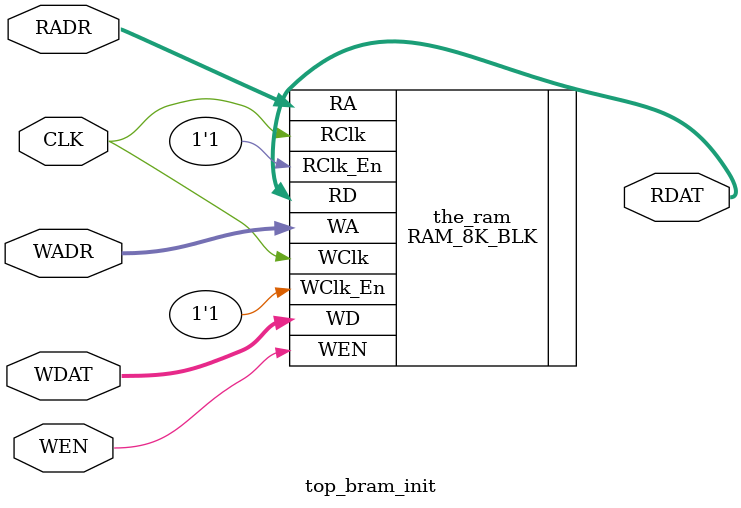
<source format=v>

module my_ram (
    CLK,
    WADR,
    WDAT,
    WEN,
    RADR,
    RDAT,
    REN
);

  parameter DBITS = 36;
  parameter ABITS = 9;

  input wire CLK;

  input wire [ABITS-1:0] WADR;
  input wire [DBITS-1:0] WDAT;
  input wire WEN;

  input wire [ABITS-1:0] RADR;
  output reg [DBITS-1:0] RDAT;
  input wire REN;

  localparam SIZE = 1 << ABITS;
  reg [DBITS-1:0] mem[0:SIZE-1];

  always @(posedge CLK) begin
    if (WEN) mem[WADR] <= WDAT;
  end

  always @(posedge CLK) begin
    RDAT <= mem[RADR];
  end

endmodule

// ============================================================================

module top_bram_9_16 (
    CLK,
    WADR,
    WDAT,
    WEN,
    RADR,
    RDAT
);

  input wire CLK;

  input wire [8 : 0] WADR;
  input wire [15:0] WDAT;
  input wire WEN;

  input wire [8 : 0] RADR;
  output wire [15:0] RDAT;

  my_ram #(
      .DBITS(16),
      .ABITS(9)
  ) the_ram (
      .CLK (CLK),
      .WADR(WADR),
      .WDAT(WDAT),
      .WEN (WEN),
      .RADR(RADR),
      .RDAT(RDAT),
      .REN (1'b0)
  );

endmodule

module top_bram_9_32 (
    CLK,
    WADR,
    WDAT,
    WEN,
    RADR,
    RDAT
);

  input wire CLK;

  input wire [8 : 0] WADR;
  input wire [31:0] WDAT;
  input wire WEN;

  input wire [8 : 0] RADR;
  output wire [31:0] RDAT;

  my_ram #(
      .DBITS(32),
      .ABITS(9)
  ) the_ram (
      .CLK (CLK),
      .WADR(WADR),
      .WDAT(WDAT),
      .WEN (WEN),
      .RADR(RADR),
      .RDAT(RDAT),
      .REN (1'b0)
  );

endmodule

module top_bram_10_16 (
    CLK,
    WADR,
    WDAT,
    WEN,
    RADR,
    RDAT
);

  input wire CLK;

  input wire [9 : 0] WADR;
  input wire [15:0] WDAT;
  input wire WEN;

  input wire [9 : 0] RADR;
  output wire [15:0] RDAT;

  my_ram #(
      .DBITS(16),
      .ABITS(10)
  ) the_ram (
      .CLK (CLK),
      .WADR(WADR),
      .WDAT(WDAT),
      .WEN (WEN),
      .RADR(RADR),
      .RDAT(RDAT),
      .REN (1'b0)
  );

endmodule

module top_bram_init (
    CLK,
    WADR,
    WDAT,
    WEN,
    RADR,
    RDAT
);

  input wire CLK;

  input wire [9 : 0] WADR;
  input wire [17:0] WDAT;
  input wire WEN;

  input wire [9 : 0] RADR;
  output wire [17:0] RDAT;

  RAM_8K_BLK #(
      .INIT_FILE     ("init.txt"),
      .addr_int      (9),
      .data_depth_int(1 << 9),
      .data_width_int(16)
  ) the_ram (
      .WClk   (CLK),
      .RClk   (CLK),
      .WClk_En(1'b1),
      .RClk_En(1'b1),
      .WA     (WADR),
      .WD     (WDAT),
      .WEN    (WEN),
      .RA     (RADR),
      .RD     (RDAT)
  );

endmodule


</source>
